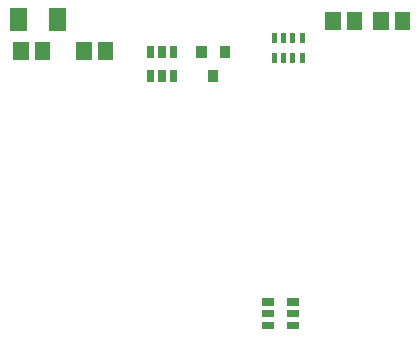
<source format=gbr>
G04 start of page 10 for group -4015 idx -4015 *
G04 Title: (unknown), toppaste *
G04 Creator: pcb 20140316 *
G04 CreationDate: Fri 17 Nov 2017 10:24:59 PM GMT UTC *
G04 For: ndholmes *
G04 Format: Gerber/RS-274X *
G04 PCB-Dimensions (mil): 1700.00 1200.00 *
G04 PCB-Coordinate-Origin: lower left *
%MOIN*%
%FSLAX25Y25*%
%LNTOPPASTE*%
%ADD80R,0.0167X0.0167*%
%ADD79R,0.0550X0.0550*%
%ADD78R,0.0240X0.0240*%
%ADD77R,0.0340X0.0340*%
%ADD76R,0.0512X0.0512*%
G54D76*X63000Y103393D02*Y102607D01*
X55914Y103393D02*Y102607D01*
G54D77*X102900Y103000D02*Y102400D01*
X95100Y103000D02*Y102400D01*
X99000Y94800D02*Y94200D01*
G54D76*X42043Y103393D02*Y102607D01*
X34957Y103393D02*Y102607D01*
G54D78*X124700Y11500D02*X126300D01*
X124700Y15400D02*X126300D01*
X124700Y19300D02*X126300D01*
X116500D02*X118100D01*
X116500Y15400D02*X118100D01*
X116500Y11500D02*X118100D01*
G54D76*X154957Y113393D02*Y112607D01*
X162043Y113393D02*Y112607D01*
X146043Y113393D02*Y112607D01*
X138957Y113393D02*Y112607D01*
G54D79*X34000Y114500D02*Y112500D01*
X47000Y114500D02*Y112500D01*
G54D80*X128724Y108283D02*Y106413D01*
X125575Y108283D02*Y106413D01*
X122425Y108283D02*Y106413D01*
X119276Y108283D02*Y106413D01*
Y101587D02*Y99717D01*
X122425Y101587D02*Y99717D01*
X125575Y101587D02*Y99717D01*
X128724Y101587D02*Y99717D01*
G54D78*X78000Y95300D02*Y93700D01*
X81900Y95300D02*Y93700D01*
X85800Y95300D02*Y93700D01*
Y103500D02*Y101900D01*
X81900Y103500D02*Y101900D01*
X78000Y103500D02*Y101900D01*
M02*

</source>
